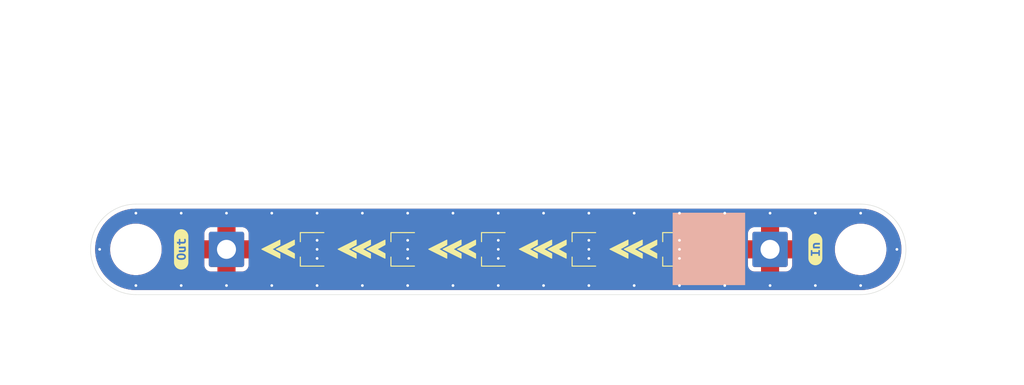
<source format=kicad_pcb>
(kicad_pcb (version 20240108) (generator "pcbnew") (generator_version "8.0")
  (title_block (title "UV Lamp LED Panel") (date "2025-03-30") (rev "v1.0") (company "Szymon Wąchała"))
  (layers (0 "F.Cu" signal) (31 "B.Cu" signal) (34 "B.Paste" user) (35 "F.Paste" user) (36 "B.SilkS" user "B.Silkscreen") (37 "F.SilkS" user "F.Silkscreen") (38 "B.Mask" user) (39 "F.Mask" user) (44 "Edge.Cuts" user))
  (net 0 "")
  (net 1 "GND")
  (net 2 "Net-(D1-K)")
  (net 3 "Net-(D1-A)")
  (net 4 "Net-(D2-K)")
  (net 5 "Net-(D3-K)")
  (net 6 "Net-(D4-K)")
  (net 7 "Net-(D5-K)")
  (footprint "LED_SMD:LED_Cree-XHP35" (layer "F.Cu") (at 165 104)
    (property "Reference" "D1" (hide yes))
    (property "Value" "LED_Pad")
    (fp_line (start -1.85 -1.85) (end -1.85 -0.85) (stroke (width 0.12)) (layer "F.SilkS"))
    (fp_line (start -1.85 1.85) (end -1.85 0.85) (stroke (width 0.12)) (layer "F.SilkS"))
    (fp_line (start 0.75 -1.85) (end -1.85 -1.85) (stroke (width 0.12)) (layer "F.SilkS"))
    (fp_line (start 0.75 1.85) (end -1.85 1.85) (stroke (width 0.12)) (layer "F.SilkS"))
    (pad "1" smd rect (at -1.4 0) (size 0.5 3.3) (layers "F.Cu" "F.Paste" "F.Mask") (net 2 "Net-(D1-K)"))
    (pad "2" smd rect (at 1.4 0) (size 0.5 3.3) (layers "F.Cu" "F.Paste" "F.Mask") (net 3 "Net-(D1-A)"))
    (pad "3" smd rect (at 0 0) (size 1.3 3.3) (layers "F.Cu" "F.Mask") (net 1 "GND"))
  )
  (footprint "LED_SMD:LED_Cree-XHP35" (layer "F.Cu") (at 145 104)
    (property "Reference" "D3" (hide yes))
    (property "Value" "LED_Pad")
    (fp_line (start -1.85 -1.85) (end -1.85 -0.85) (stroke (width 0.12)) (layer "F.SilkS"))
    (fp_line (start -1.85 1.85) (end -1.85 0.85) (stroke (width 0.12)) (layer "F.SilkS"))
    (fp_line (start 0.75 -1.85) (end -1.85 -1.85) (stroke (width 0.12)) (layer "F.SilkS"))
    (fp_line (start 0.75 1.85) (end -1.85 1.85) (stroke (width 0.12)) (layer "F.SilkS"))
    (pad "1" smd rect (at -1.4 0) (size 0.5 3.3) (layers "F.Cu" "F.Paste" "F.Mask") (net 5 "Net-(D3-K)"))
    (pad "2" smd rect (at 1.4 0) (size 0.5 3.3) (layers "F.Cu" "F.Paste" "F.Mask") (net 4 "Net-(D2-K)"))
    (pad "3" smd rect (at 0 0) (size 1.3 3.3) (layers "F.Cu" "F.Mask") (net 1 "GND"))
  )
  (footprint "LED_SMD:LED_Cree-XHP35" (layer "F.Cu") (at 125 104)
    (property "Reference" "D5" (hide yes))
    (property "Value" "LED_Pad")
    (fp_line (start -1.85 -1.85) (end -1.85 -0.85) (stroke (width 0.12)) (layer "F.SilkS"))
    (fp_line (start -1.85 1.85) (end -1.85 0.85) (stroke (width 0.12)) (layer "F.SilkS"))
    (fp_line (start 0.75 -1.85) (end -1.85 -1.85) (stroke (width 0.12)) (layer "F.SilkS"))
    (fp_line (start 0.75 1.85) (end -1.85 1.85) (stroke (width 0.12)) (layer "F.SilkS"))
    (pad "1" smd rect (at -1.4 0) (size 0.5 3.3) (layers "F.Cu" "F.Paste" "F.Mask") (net 7 "Net-(D5-K)"))
    (pad "2" smd rect (at 1.4 0) (size 0.5 3.3) (layers "F.Cu" "F.Paste" "F.Mask") (net 6 "Net-(D4-K)"))
    (pad "3" smd rect (at 0 0) (size 1.3 3.3) (layers "F.Cu" "F.Mask") (net 1 "GND"))
  )
  (footprint "MountingHole:MountingHole_2.7mm_M2.5" (layer "F.Cu") (at 185 104)
    (property "Reference" "H1" (hide yes))
    (property "Value" "M2.5" (hide yes))
    (pad "" np_thru_hole circle (at 0 0) (size 2.7 2.7) (drill 2.7) (layers "*.Cu" "*.Mask"))
  )
  (footprint "LED_SMD:LED_Cree-XHP35" (layer "F.Cu") (at 135 104)
    (property "Reference" "D4" (hide yes))
    (property "Value" "LED_Pad")
    (fp_line (start -1.85 -1.85) (end -1.85 -0.85) (stroke (width 0.12)) (layer "F.SilkS"))
    (fp_line (start -1.85 1.85) (end -1.85 0.85) (stroke (width 0.12)) (layer "F.SilkS"))
    (fp_line (start 0.75 -1.85) (end -1.85 -1.85) (stroke (width 0.12)) (layer "F.SilkS"))
    (fp_line (start 0.75 1.85) (end -1.85 1.85) (stroke (width 0.12)) (layer "F.SilkS"))
    (pad "1" smd rect (at -1.4 0) (size 0.5 3.3) (layers "F.Cu" "F.Paste" "F.Mask") (net 6 "Net-(D4-K)"))
    (pad "2" smd rect (at 1.4 0) (size 0.5 3.3) (layers "F.Cu" "F.Paste" "F.Mask") (net 5 "Net-(D3-K)"))
    (pad "3" smd rect (at 0 0) (size 1.3 3.3) (layers "F.Cu" "F.Mask") (net 1 "GND"))
  )
  (footprint "Connector_Wire:SolderWire-1.5sqmm_1x01_D1.7mm_OD3.9mm" (layer "F.Cu") (at 115 104)
    (property "Reference" "J1" (hide yes))
    (property "Value" "Out")
    (pad "1" thru_hole roundrect (at 0 0) (size 3.9 3.9) (drill 2.1) (layers "*.Cu" "*.Mask") (roundrect_rratio 0.064103) (net 7 "Net-(D5-K)"))
  )
  (footprint "kibuzzard-67E9A14C" (layer "F.Cu") (at 180 104 90)
    (property "Reference" "kibuzzard-67E9A14C" (hide yes))
    (property "Value" "G***" (hide yes))
    (fp_poly (pts (xy -0.716478 -0.769251) (xy -0.98573 -0.769251) (xy -1.061129 -0.765547) (xy -1.135803 -0.754471) (xy -1.209032 -0.736128) (xy -1.280109 -0.710696) (xy -1.348352 -0.678419) (xy -1.413103 -0.639609) (xy -1.473738 -0.594639) (xy -1.529673 -0.543943) (xy -1.580369 -0.488008) (xy -1.625339 -0.427373) (xy -1.664149 -0.362623) (xy -1.696425 -0.29438) (xy -1.721857 -0.223302) (xy -1.7402 -0.150074) (xy -1.751277 -0.0754) (xy -1.754981 0) (xy -1.751277 0.0754) (xy -1.7402 0.150074) (xy -1.721857 0.223302) (xy -1.696425 0.29438) (xy -1.664149 0.362623) (xy -1.625339 0.427373) (xy -1.580369 0.488008) (xy -1.529673 0.543943) (xy -1.473738 0.594639) (xy -1.413103 0.639609) (xy -1.348352 0.678419) (xy -1.280109 0.710696) (xy -1.209032 0.736128) (xy -1.135803 0.754471) (xy -1.061129 0.765547) (xy -0.98573 0.769251) (xy -0.716478 0.769251) (xy -0.716478 0.5) (xy -0.716478 0.335218) (xy -0.498384 0.335218) (xy -0.498384 -0.335218) (xy -0.716478 -0.335218) (xy -0.716478 -0.5) (xy -0.081583 -0.5) (xy -0.081583 -0.335218) (xy -0.298061 -0.335218) (xy -0.298061 0.335218) (xy -0.081583 0.335218) (xy -0.081583 0.5) (xy -0.716478 0.5) (xy -0.716478 0.769251) (xy 0.716478 0.769251) (xy 0.716478 0.5) (xy 0.517771 0.5) (xy 0.517771 0.097738) (xy 0.511712 0.006058) (xy 0.493538 -0.055735) (xy 0.394992 -0.102585) (xy 0.350565 -0.100969) (xy 0.304523 -0.096123) (xy 0.304523 0.5) (xy 0.105816 0.5) (xy 0.105816 -0.235057) (xy 0.165388 -0.249192) (xy 0.23748 -0.26252) (xy 0.319265 -0.272213) (xy 0.407916 -0.275444) (xy 0.490711 -0.269184) (xy 0.558158 -0.250404) (xy 0.652666 -0.179321) (xy 0.701939 -0.069467) (xy 0.712843 -0.002221) (xy 0.716478 0.07189) (xy 0.716478 0.5) (xy 0.716478 0.769251) (xy 0.98573 0.769251) (xy 1.06113 0.765547) (xy 1.135803 0.754471) (xy 1.209032 0.736128) (xy 1.280109 0.710696) (xy 1.348352 0.678419) (xy 1.413103 0.639609) (xy 1.473738 0.594639) (xy 1.529673 0.543943) (xy 1.580369 0.488008) (xy 1.625339 0.427373) (xy 1.664149 0.362623) (xy 1.696425 0.29438) (xy 1.721857 0.223302) (xy 1.7402 0.150074) (xy 1.751277 0.0754) (xy 1.754981 0) (xy 1.751277 -0.0754) (xy 1.7402 -0.150074) (xy 1.721857 -0.223302) (xy 1.696425 -0.29438) (xy 1.664149 -0.362623) (xy 1.625339 -0.427373) (xy 1.580369 -0.488008) (xy 1.529673 -0.543943) (xy 1.473738 -0.594639) (xy 1.413103 -0.639609) (xy 1.348352 -0.678419) (xy 1.280109 -0.710696) (xy 1.209032 -0.736128) (xy 1.135803 -0.754471) (xy 1.06113 -0.765547) (xy 0.98573 -0.769251) (xy 0.716478 -0.769251) (xy -0.716478 -0.769251)) (fill solid) (layer "F.SilkS"))
  )
  (footprint "MountingHole:MountingHole_2.7mm_M2.5" (layer "F.Cu") (at 105 104)
    (property "Reference" "H2" (hide yes))
    (property "Value" "M2.5" (hide yes))
    (pad "" np_thru_hole circle (at 0 0) (size 2.7 2.7) (drill 2.7) (layers "F&B.Cu" "*.Mask") (clearance 1.5))
  )
  (footprint "Connector_Wire:SolderWire-1.5sqmm_1x01_D1.7mm_OD3.9mm" (layer "F.Cu") (at 175 104)
    (property "Reference" "J2" (hide yes))
    (property "Value" "In")
    (pad "1" thru_hole roundrect (at 0 0) (size 3.9 3.9) (drill 2.1) (layers "*.Cu" "*.Mask") (roundrect_rratio 0.064103) (net 3 "Net-(D1-A)"))
  )
  (footprint "kibuzzard-67E9A164" (layer "F.Cu") (at 110 104 90)
    (property "Reference" "kibuzzard-67E9A164" (hide yes))
    (property "Value" "G***" (hide yes))
    (fp_poly (pts (xy -0.965267 0) (xy -0.963853 0.070477) (xy -0.959612 0.136511) (xy -0.936995 0.247173) (xy -0.889338 0.321486) (xy -0.806947 0.34895) (xy -0.725363 0.321486) (xy -0.676898 0.246365) (xy -0.654281 0.135703) (xy -0.65004 0.070275) (xy -0.648627 0) (xy -0.65004 -0.070477) (xy -0.654281 -0.136511) (xy -0.676898 -0.247173) (xy -0.724556 -0.321486) (xy -0.806947 -0.34895) (xy -0.889338 -0.321486) (xy -0.936995 -0.246365) (xy -0.959612 -0.135703) (xy -0.963853 -0.070275) (xy -0.965267 0)) (fill solid) (layer "F.SilkS"))
    (fp_poly (pts (xy -1.167205 -0.791061) (xy -1.436457 -0.791061) (xy -1.513994 -0.787252) (xy -1.590785 -0.775861) (xy -1.666089 -0.756998) (xy -1.739183 -0.730845) (xy -1.80936 -0.697653) (xy -1.875947 -0.657743) (xy -1.9383 -0.611498) (xy -1.995821 -0.559364) (xy -2.047955 -0.501844) (xy -2.0942 -0.43949) (xy -2.13411 -0.372904) (xy -2.167302 -0.302726) (xy -2.193455 -0.229633) (xy -2.212317 -0.154328) (xy -2.223708 -0.077538) (xy -2.227518 0) (xy -2.223708 0.077538) (xy -2.212317 0.154328) (xy -2.193455 0.229633) (xy -2.167302 0.302726) (xy -2.13411 0.372904) (xy -2.0942 0.43949) (xy -2.047955 0.501844) (xy -1.995821 0.559364) (xy -1.9383 0.611498) (xy -1.875947 0.657743) (xy -1.80936 0.697653) (xy -1.739183 0.730845) (xy -1.666089 0.756998) (xy -1.590785 0.775861) (xy -1.513994 0.787252) (xy -1.436457 0.791061) (xy -1.167205 0.791061) (xy -0.805331 0.791061) (xy -0.805331 0.521809) (xy -0.913481 0.50718) (xy -1.003141 0.463292) (xy -1.074313 0.390145) (xy -1.114954 0.316387) (xy -1.143982 0.226777) (xy -1.161399 0.121315) (xy -1.167205 0) (xy -1.161248 -0.121315) (xy -1.143376 -0.226777) (xy -1.11359 -0.316387) (xy -1.07189 -0.390145) (xy -1.00009 -0.463292) (xy -0.911775 -0.50718) (xy -0.806947 -0.521809) (xy -0.698887 -0.50718) (xy -0.609496 -0.463292) (xy -0.538772 -0.390145) (xy -0.498485 -0.316387) (xy -0.469709 -0.226777) (xy -0.452443 -0.121315) (xy -0.446688 0) (xy -0.452544 0.121315) (xy -0.470113 0.226777) (xy -0.499394 0.316387) (xy -0.540388 0.390145) (xy -0.61147 0.463292) (xy -0.699785 0.50718) (xy -0.805331 0.521809) (xy -0.805331 0.791061) (xy 0.000808 0.791061) (xy 0.000808 0.518578) (xy -0.08441 0.512116) (xy -0.152666 0.49273) (xy -0.247173 0.419225) (xy -0.29483 0.306947) (xy -0.304523 0.239095) (xy -0.307754 0.164782) (xy -0.307754 -0.258481) (xy -0.109047 -0.258481) (xy -0.109047 0.138934) (xy -0.102787 0.230412) (xy -0.084006 0.29483) (xy 0.013732 0.345719) (xy 0.1042 0.337641) (xy 0.1042 -0.258481) (xy 0.304523 -0.258481) (xy 0.304523 0.47496) (xy 0.24374 0.489499) (xy 0.171244 0.504039) (xy 0.089459 0.514943) (xy 0.000808 0.518578) (xy 0.000808 0.791061) (xy 0.924879 0.791061) (xy 0.924879 0.518578) (xy 0.8021 0.50727) (xy 0.711632 0.463651) (xy 0.655089 0.372375) (xy 0.640549 0.304321) (xy 0.635703 0.218094) (xy 0.635703 -0.0937) (xy 0.462843 -0.0937) (xy 0.462843 -0.258481) (xy 0.635703 -0.258481) (xy 0.635703 -0.449111) (xy 0.83441 -0.481422) (xy 0.83441 -0.258481) (xy 1.152666 -0.258481) (xy 1.152666 -0.0937) (xy 0.83441 -0.0937) (xy 0.83441 0.213247) (xy 0.842488 0.281099) (xy 0.865105 0.321486) (xy 0.900646 0.340872) (xy 0.947496 0.345719) (xy 0.998384 0.344103) (xy 1.043619 0.338449) (xy 1.088853 0.326333) (xy 1.139742 0.305331) (xy 1.167205 0.476575) (xy 1.048465 0.508885) (xy 0.924879 0.518578) (xy 0.924879 0.791061) (xy 1.167205 0.791061) (xy 1.436457 0.791061) (xy 1.513994 0.787252) (xy 1.590785 0.775861) (xy 1.666089 0.756998) (xy 1.739183 0.730845) (xy 1.80936 0.697653) (xy 1.875947 0.657743) (xy 1.9383 0.611498) (xy 1.995821 0.559364) (xy 2.047955 0.501844) (xy 2.0942 0.43949) (xy 2.13411 0.372904) (xy 2.167302 0.302726) (xy 2.193455 0.229633) (xy 2.212317 0.154328) (xy 2.223708 0.077538) (xy 2.227518 0) (xy 2.223708 -0.077538) (xy 2.212317 -0.154328) (xy 2.193455 -0.229633) (xy 2.167302 -0.302726) (xy 2.13411 -0.372904) (xy 2.0942 -0.43949) (xy 2.047955 -0.501844) (xy 1.995821 -0.559364) (xy 1.9383 -0.611498) (xy 1.875947 -0.657743) (xy 1.80936 -0.697653) (xy 1.739183 -0.730845) (xy 1.666089 -0.756998) (xy 1.590785 -0.775861) (xy 1.513994 -0.787252) (xy 1.436457 -0.791061) (xy 1.167205 -0.791061) (xy -1.167205 -0.791061)) (fill solid) (layer "F.SilkS"))
  )
  (footprint "LED_SMD:LED_Cree-XHP35" (layer "F.Cu") (at 155 104)
    (property "Reference" "D2" (hide yes))
    (property "Value" "LED_Pad")
    (fp_line (start -1.85 -1.85) (end -1.85 -0.85) (stroke (width 0.12)) (layer "F.SilkS"))
    (fp_line (start -1.85 1.85) (end -1.85 0.85) (stroke (width 0.12)) (layer "F.SilkS"))
    (fp_line (start 0.75 -1.85) (end -1.85 -1.85) (stroke (width 0.12)) (layer "F.SilkS"))
    (fp_line (start 0.75 1.85) (end -1.85 1.85) (stroke (width 0.12)) (layer "F.SilkS"))
    (pad "1" smd rect (at -1.4 0) (size 0.5 3.3) (layers "F.Cu" "F.Paste" "F.Mask") (net 4 "Net-(D2-K)"))
    (pad "2" smd rect (at 1.4 0) (size 0.5 3.3) (layers "F.Cu" "F.Paste" "F.Mask") (net 2 "Net-(D1-K)"))
    (pad "3" smd rect (at 0 0) (size 1.3 3.3) (layers "F.Cu" "F.Mask") (net 1 "GND"))
  )
  (gr_rect (start 164.25 99.95) (end 172.25 107.95) (fill solid) (layer "B.SilkS"))
  (gr_poly (pts (xy 130.9 103.48) (xy 130.9 102.98) (xy 128.9 103.98) (xy 130.9 104.98) (xy 130.9 104.48) (xy 130 103.98)) (stroke (width 0.1)) (fill solid) (layer "F.SilkS"))
  (gr_poly (pts (xy 170.9 103.48) (xy 170.9 102.98) (xy 168.9 103.98) (xy 170.9 104.98) (xy 170.9 104.48) (xy 170 103.98)) (stroke (width 0.1)) (fill solid) (layer "F.SilkS"))
  (gr_poly (pts (xy 169.32 103.48) (xy 169.32 102.98) (xy 167.32 103.98) (xy 169.32 104.98) (xy 169.32 104.48) (xy 168.42 103.98)) (stroke (width 0.1)) (fill solid) (layer "F.SilkS"))
  (gr_poly (pts (xy 120.9 103.48) (xy 120.9 102.98) (xy 118.9 103.98) (xy 120.9 104.98) (xy 120.9 104.48) (xy 120 103.98)) (stroke (width 0.1)) (fill solid) (layer "F.SilkS"))
  (gr_poly (pts (xy 129.32 103.48) (xy 129.32 102.98) (xy 127.32 103.98) (xy 129.32 104.98) (xy 129.32 104.48) (xy 128.42 103.98)) (stroke (width 0.1)) (fill solid) (layer "F.SilkS"))
  (gr_poly (pts (xy 140.9 103.48) (xy 140.9 102.98) (xy 138.9 103.98) (xy 140.9 104.98) (xy 140.9 104.48) (xy 140 103.98)) (stroke (width 0.1)) (fill solid) (layer "F.SilkS"))
  (gr_poly (pts (xy 160.9 103.48) (xy 160.9 102.98) (xy 158.9 103.98) (xy 160.9 104.98) (xy 160.9 104.48) (xy 160 103.98)) (stroke (width 0.1)) (fill solid) (layer "F.SilkS"))
  (gr_poly (pts (xy 159.32 103.48) (xy 159.32 102.98) (xy 157.32 103.98) (xy 159.32 104.98) (xy 159.32 104.48) (xy 158.42 103.98)) (stroke (width 0.1)) (fill solid) (layer "F.SilkS"))
  (gr_poly (pts (xy 122.5 103.48) (xy 122.5 102.98) (xy 120.5 103.98) (xy 122.5 104.98) (xy 122.5 104.48) (xy 121.6 103.98)) (stroke (width 0.1)) (fill solid) (layer "F.SilkS"))
  (gr_poly (pts (xy 150.9 103.48) (xy 150.9 102.98) (xy 148.9 103.98) (xy 150.9 104.98) (xy 150.9 104.48) (xy 150 103.98)) (stroke (width 0.1)) (fill solid) (layer "F.SilkS"))
  (gr_poly (pts (xy 152.5 103.48) (xy 152.5 102.98) (xy 150.5 103.98) (xy 152.5 104.98) (xy 152.5 104.48) (xy 151.6 103.98)) (stroke (width 0.1)) (fill solid) (layer "F.SilkS"))
  (gr_poly (pts (xy 149.32 103.48) (xy 149.32 102.98) (xy 147.32 103.98) (xy 149.32 104.98) (xy 149.32 104.48) (xy 148.42 103.98)) (stroke (width 0.1)) (fill solid) (layer "F.SilkS"))
  (gr_poly (pts (xy 142.5 103.48) (xy 142.5 102.98) (xy 140.5 103.98) (xy 142.5 104.98) (xy 142.5 104.48) (xy 141.6 103.98)) (stroke (width 0.1)) (fill solid) (layer "F.SilkS"))
  (gr_poly (pts (xy 139.32 103.48) (xy 139.32 102.98) (xy 137.32 103.98) (xy 139.32 104.98) (xy 139.32 104.48) (xy 138.42 103.98)) (stroke (width 0.1)) (fill solid) (layer "F.SilkS"))
  (gr_poly (pts (xy 162.5 103.48) (xy 162.5 102.98) (xy 160.5 103.98) (xy 162.5 104.98) (xy 162.5 104.48) (xy 161.6 103.98)) (stroke (width 0.1)) (fill solid) (layer "F.SilkS"))
  (gr_poly (pts (xy 132.5 103.48) (xy 132.5 102.98) (xy 130.5 103.98) (xy 132.5 104.98) (xy 132.5 104.48) (xy 131.6 103.98)) (stroke (width 0.1)) (fill solid) (layer "F.SilkS"))
  (gr_line (start 105 99) (end 185 99) (stroke (width 0.05)) (layer "Edge.Cuts"))
  (gr_arc (start 185 99) (mid 190 104) (end 185 109) (stroke (width 0.05)) (layer "Edge.Cuts"))
  (gr_arc (start 105 109) (mid 100 104) (end 105 99) (stroke (width 0.05)) (layer "Edge.Cuts"))
  (gr_line (start 185 109) (end 105 109) (stroke (width 0.05)) (layer "Edge.Cuts"))
  (via (at 165 104) (size 0.6) (drill 0.3) (layers "F.Cu" "B.Cu") (net 1))
  (via (at 155 105) (size 0.6) (drill 0.3) (layers "F.Cu" "B.Cu") (net 1))
  (via (at 155 108) (size 0.6) (drill 0.3) (layers "F.Cu" "B.Cu") (net 1))
  (via (at 185 100) (size 0.6) (drill 0.3) (layers "F.Cu" "B.Cu") (net 1))
  (via (at 101 104) (size 0.6) (drill 0.3) (layers "F.Cu" "B.Cu") (net 1))
  (via (at 105 100) (size 0.6) (drill 0.3) (layers "F.Cu" "B.Cu") (net 1))
  (via (at 115 100) (size 0.6) (drill 0.3) (layers "F.Cu" "B.Cu") (net 1))
  (via (at 165 108) (size 0.6) (drill 0.3) (layers "F.Cu" "B.Cu") (net 1))
  (via (at 170 100) (size 0.6) (drill 0.3) (layers "F.Cu" "B.Cu") (net 1))
  (via (at 180 100) (size 0.6) (drill 0.3) (layers "F.Cu" "B.Cu") (net 1))
  (via (at 145 100) (size 0.6) (drill 0.3) (layers "F.Cu" "B.Cu") (net 1))
  (via (at 189 104) (size 0.6) (drill 0.3) (layers "F.Cu" "B.Cu") (net 1))
  (via (at 135 104) (size 0.6) (drill 0.3) (layers "F.Cu" "B.Cu") (net 1))
  (via (at 175 100) (size 0.6) (drill 0.3) (layers "F.Cu" "B.Cu") (net 1))
  (via (at 160 108) (size 0.6) (drill 0.3) (layers "F.Cu" "B.Cu") (net 1))
  (via (at 125 104) (size 0.6) (drill 0.3) (layers "F.Cu" "B.Cu") (net 1))
  (via (at 155 104) (size 0.6) (drill 0.3) (layers "F.Cu" "B.Cu") (net 1))
  (via (at 150 108) (size 0.6) (drill 0.3) (layers "F.Cu" "B.Cu") (net 1))
  (via (at 120 100) (size 0.6) (drill 0.3) (layers "F.Cu" "B.Cu") (net 1))
  (via (at 180 108) (size 0.6) (drill 0.3) (layers "F.Cu" "B.Cu") (net 1))
  (via (at 125 105) (size 0.6) (drill 0.3) (layers "F.Cu" "B.Cu") (net 1))
  (via (at 125 103) (size 0.6) (drill 0.3) (layers "F.Cu" "B.Cu") (net 1))
  (via (at 135 103) (size 0.6) (drill 0.3) (layers "F.Cu" "B.Cu") (net 1))
  (via (at 160 100) (size 0.6) (drill 0.3) (layers "F.Cu" "B.Cu") (net 1))
  (via (at 165 100) (size 0.6) (drill 0.3) (layers "F.Cu" "B.Cu") (net 1))
  (via (at 145 105) (size 0.6) (drill 0.3) (layers "F.Cu" "B.Cu") (net 1))
  (via (at 115 108) (size 0.6) (drill 0.3) (layers "F.Cu" "B.Cu") (net 1))
  (via (at 105 108) (size 0.6) (drill 0.3) (layers "F.Cu" "B.Cu") (net 1))
  (via (at 165 105) (size 0.6) (drill 0.3) (layers "F.Cu" "B.Cu") (net 1))
  (via (at 145 108) (size 0.6) (drill 0.3) (layers "F.Cu" "B.Cu") (net 1))
  (via (at 155 103) (size 0.6) (drill 0.3) (layers "F.Cu" "B.Cu") (net 1))
  (via (at 110 108) (size 0.6) (drill 0.3) (layers "F.Cu" "B.Cu") (net 1))
  (via (at 140 108) (size 0.6) (drill 0.3) (layers "F.Cu" "B.Cu") (net 1))
  (via (at 135 100) (size 0.6) (drill 0.3) (layers "F.Cu" "B.Cu") (net 1))
  (via (at 145 103) (size 0.6) (drill 0.3) (layers "F.Cu" "B.Cu") (net 1))
  (via (at 110 100) (size 0.6) (drill 0.3) (layers "F.Cu" "B.Cu") (net 1))
  (via (at 175 108) (size 0.6) (drill 0.3) (layers "F.Cu" "B.Cu") (net 1))
  (via (at 140 100) (size 0.6) (drill 0.3) (layers "F.Cu" "B.Cu") (net 1))
  (via (at 150 100) (size 0.6) (drill 0.3) (layers "F.Cu" "B.Cu") (net 1))
  (via (at 130 100) (size 0.6) (drill 0.3) (layers "F.Cu" "B.Cu") (net 1))
  (via (at 145 104) (size 0.6) (drill 0.3) (layers "F.Cu" "B.Cu") (net 1))
  (via (at 130 108) (size 0.6) (drill 0.3) (layers "F.Cu" "B.Cu") (net 1))
  (via (at 135 108) (size 0.6) (drill 0.3) (layers "F.Cu" "B.Cu") (net 1))
  (via (at 120 108) (size 0.6) (drill 0.3) (layers "F.Cu" "B.Cu") (net 1))
  (via (at 155 100) (size 0.6) (drill 0.3) (layers "F.Cu" "B.Cu") (net 1))
  (via (at 170 108) (size 0.6) (drill 0.3) (layers "F.Cu" "B.Cu") (net 1))
  (via (at 125 100) (size 0.6) (drill 0.3) (layers "F.Cu" "B.Cu") (net 1))
  (via (at 165 103) (size 0.6) (drill 0.3) (layers "F.Cu" "B.Cu") (net 1))
  (via (at 135 105) (size 0.6) (drill 0.3) (layers "F.Cu" "B.Cu") (net 1))
  (via (at 185 108) (size 0.6) (drill 0.3) (layers "F.Cu" "B.Cu") (net 1))
  (via (at 125 108) (size 0.6) (drill 0.3) (layers "F.Cu" "B.Cu") (net 1))
  (zone (net 7) (net_name "Net-(D5-K)") (layer "F.Cu") (priority 6) (connect_pads thru_hole_only (clearance 0.5)) (min_thickness 0.25) (fill yes (thermal_gap 0.5) (thermal_bridge_width 2))
    (polygon (pts (xy 124 101) (xy 112 101) (xy 112 107) (xy 124 107)))
  )
  (zone (net 5) (net_name "Net-(D3-K)") (layer "F.Cu") (priority 1) (connect_pads thru_hole_only (clearance 0.5)) (min_thickness 0.5) (fill yes (thermal_gap 0.5) (thermal_bridge_width 2))
    (polygon (pts (xy 136 101) (xy 144 101) (xy 144 107) (xy 136 107)))
  )
  (zone (net 6) (net_name "Net-(D4-K)") (layer "F.Cu") (priority 1) (connect_pads thru_hole_only (clearance 0.5)) (min_thickness 0.5) (fill yes (thermal_gap 0.5) (thermal_bridge_width 2))
    (polygon (pts (xy 126 101) (xy 134 101) (xy 134 107) (xy 126 107)))
  )
  (zone (net 4) (net_name "Net-(D2-K)") (layer "F.Cu") (priority 1) (connect_pads thru_hole_only (clearance 0.5)) (min_thickness 0.5) (fill yes (thermal_gap 0.5) (thermal_bridge_width 2))
    (polygon (pts (xy 146 101) (xy 154 101) (xy 154 107) (xy 146 107)))
  )
  (zone (net 2) (net_name "Net-(D1-K)") (layer "F.Cu") (priority 1) (connect_pads thru_hole_only (clearance 0.5)) (min_thickness 0.5) (fill yes (thermal_gap 0.5) (thermal_bridge_width 2))
    (polygon (pts (xy 156 101) (xy 164 101) (xy 164 107) (xy 156 107)))
  )
  (zone (net 3) (net_name "Net-(D1-A)") (layer "F.Cu") (priority 1) (connect_pads thru_hole_only (clearance 0.5)) (min_thickness 0.5) (fill yes (thermal_gap 0.5) (thermal_bridge_width 2))
    (polygon (pts (xy 166 101) (xy 179 101) (xy 179 107) (xy 166 107)))
  )
  (zone (net 1) (net_name "GND") (layers "F&B.Cu") (connect_pads (clearance 0.5)) (min_thickness 0.25) (fill yes (thermal_gap 0.5) (thermal_bridge_width 0.5))
    (polygon (pts (xy 90 89) (xy 200 89) (xy 200 119) (xy 90 119)))
  )
)
</source>
